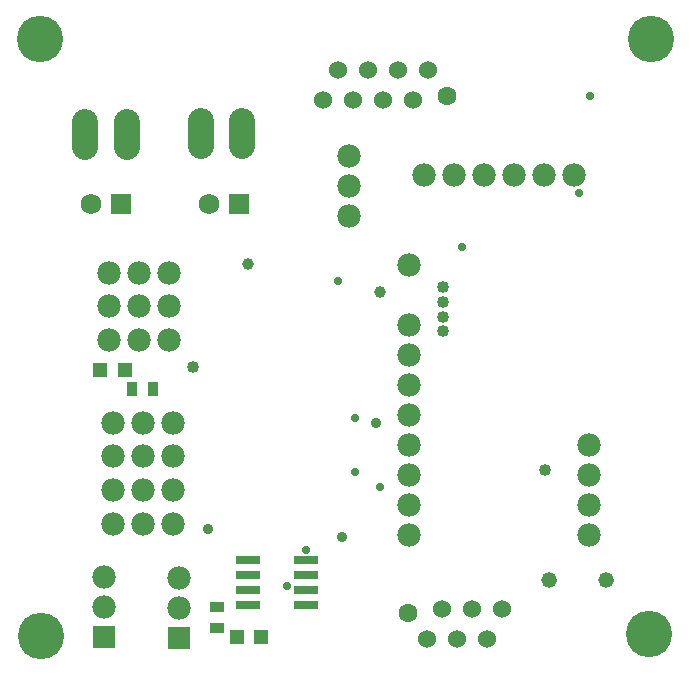
<source format=gts>
G75*
G70*
%OFA0B0*%
%FSLAX24Y24*%
%IPPOS*%
%LPD*%
%AMOC8*
5,1,8,0,0,1.08239X$1,22.5*
%
%ADD10C,0.0520*%
%ADD11R,0.0820X0.0260*%
%ADD12C,0.0780*%
%ADD13C,0.0880*%
%ADD14R,0.0780X0.0780*%
%ADD15C,0.0600*%
%ADD16C,0.0631*%
%ADD17C,0.0690*%
%ADD18R,0.0690X0.0690*%
%ADD19R,0.0512X0.0512*%
%ADD20R,0.0512X0.0355*%
%ADD21R,0.0355X0.0512*%
%ADD22C,0.0400*%
%ADD23C,0.0276*%
%ADD24C,0.0394*%
%ADD25C,0.0355*%
%ADD26C,0.1542*%
D10*
X019080Y003336D03*
X020980Y003336D03*
D11*
X010966Y003506D03*
X010966Y004006D03*
X010966Y003006D03*
X010966Y002506D03*
X009026Y002506D03*
X009026Y003006D03*
X009026Y003506D03*
X009026Y004006D03*
D12*
X006730Y003411D03*
X006730Y002411D03*
X004255Y002436D03*
X004255Y003436D03*
X004530Y005211D03*
X005530Y005211D03*
X006530Y005211D03*
X006530Y006336D03*
X005530Y006336D03*
X004530Y006336D03*
X004530Y007461D03*
X005530Y007461D03*
X006530Y007461D03*
X006530Y008586D03*
X005530Y008586D03*
X004530Y008586D03*
X004405Y011336D03*
X005405Y011336D03*
X006405Y011336D03*
X006405Y012461D03*
X005405Y012461D03*
X004405Y012461D03*
X004405Y013561D03*
X005405Y013561D03*
X006405Y013561D03*
X012405Y015486D03*
X012405Y016486D03*
X012405Y017486D03*
X014905Y016836D03*
X015905Y016836D03*
X016905Y016836D03*
X017905Y016836D03*
X018905Y016836D03*
X019905Y016836D03*
X014405Y013836D03*
X014405Y011836D03*
X014405Y010836D03*
X014405Y009836D03*
X014405Y008836D03*
X014405Y007836D03*
X014405Y006836D03*
X014405Y005836D03*
X014405Y004836D03*
X020405Y004836D03*
X020405Y005836D03*
X020405Y006836D03*
X020405Y007836D03*
D13*
X008844Y017799D02*
X008844Y018639D01*
X007466Y018639D02*
X007466Y017799D01*
X004994Y017774D02*
X004994Y018614D01*
X003616Y018614D02*
X003616Y017774D01*
D14*
X004255Y001436D03*
X006730Y001411D03*
D15*
X015005Y001375D03*
X016005Y001375D03*
X017005Y001375D03*
X016505Y002375D03*
X015505Y002375D03*
X017505Y002375D03*
X014530Y019336D03*
X013530Y019336D03*
X012530Y019336D03*
X011530Y019336D03*
X012030Y020336D03*
X013030Y020336D03*
X014030Y020336D03*
X015030Y020336D03*
D16*
X015668Y019480D03*
X014367Y002231D03*
D17*
X007755Y015886D03*
X003805Y015886D03*
D18*
X004805Y015886D03*
X008755Y015886D03*
D19*
X004943Y010336D03*
X004117Y010336D03*
X008665Y001435D03*
X009491Y001435D03*
D20*
X008005Y001734D03*
X008005Y002443D03*
D21*
X005884Y009711D03*
X005176Y009711D03*
D22*
X007200Y010446D03*
X015535Y011621D03*
X015535Y012111D03*
X015535Y012601D03*
X015535Y013091D03*
X018940Y007006D03*
D23*
X013435Y006441D03*
X012595Y006931D03*
X012595Y008751D03*
X010985Y004341D03*
X010355Y003151D03*
X012035Y013301D03*
X016165Y014421D03*
X020085Y016241D03*
X020435Y019461D03*
D24*
X013430Y012936D03*
X009055Y013886D03*
D25*
X013295Y008555D03*
X012161Y004754D03*
X007702Y005034D03*
D26*
X002158Y001478D03*
X022423Y001541D03*
X022472Y021386D03*
X002095Y021365D03*
M02*

</source>
